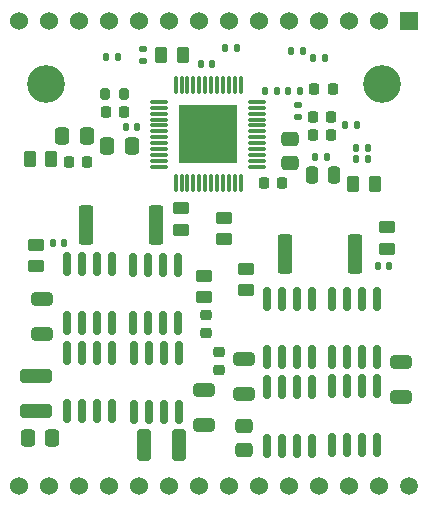
<source format=gbr>
%TF.GenerationSoftware,KiCad,Pcbnew,(6.0.4-0)*%
%TF.CreationDate,2022-08-06T12:57:23-04:00*%
%TF.ProjectId,QuarkCncStepperDrivers,51756172-6b43-46e6-9353-746570706572,rev?*%
%TF.SameCoordinates,Original*%
%TF.FileFunction,Soldermask,Top*%
%TF.FilePolarity,Negative*%
%FSLAX46Y46*%
G04 Gerber Fmt 4.6, Leading zero omitted, Abs format (unit mm)*
G04 Created by KiCad (PCBNEW (6.0.4-0)) date 2022-08-06 12:57:23*
%MOMM*%
%LPD*%
G01*
G04 APERTURE LIST*
G04 Aperture macros list*
%AMRoundRect*
0 Rectangle with rounded corners*
0 $1 Rounding radius*
0 $2 $3 $4 $5 $6 $7 $8 $9 X,Y pos of 4 corners*
0 Add a 4 corners polygon primitive as box body*
4,1,4,$2,$3,$4,$5,$6,$7,$8,$9,$2,$3,0*
0 Add four circle primitives for the rounded corners*
1,1,$1+$1,$2,$3*
1,1,$1+$1,$4,$5*
1,1,$1+$1,$6,$7*
1,1,$1+$1,$8,$9*
0 Add four rect primitives between the rounded corners*
20,1,$1+$1,$2,$3,$4,$5,0*
20,1,$1+$1,$4,$5,$6,$7,0*
20,1,$1+$1,$6,$7,$8,$9,0*
20,1,$1+$1,$8,$9,$2,$3,0*%
G04 Aperture macros list end*
%ADD10RoundRect,0.250000X-0.450000X0.262500X-0.450000X-0.262500X0.450000X-0.262500X0.450000X0.262500X0*%
%ADD11RoundRect,0.250000X-0.650000X0.325000X-0.650000X-0.325000X0.650000X-0.325000X0.650000X0.325000X0*%
%ADD12RoundRect,0.225000X0.225000X0.250000X-0.225000X0.250000X-0.225000X-0.250000X0.225000X-0.250000X0*%
%ADD13RoundRect,0.250000X0.650000X-0.325000X0.650000X0.325000X-0.650000X0.325000X-0.650000X-0.325000X0*%
%ADD14RoundRect,0.150000X-0.150000X0.825000X-0.150000X-0.825000X0.150000X-0.825000X0.150000X0.825000X0*%
%ADD15RoundRect,0.250000X0.475000X-0.337500X0.475000X0.337500X-0.475000X0.337500X-0.475000X-0.337500X0*%
%ADD16RoundRect,0.225000X-0.250000X0.225000X-0.250000X-0.225000X0.250000X-0.225000X0.250000X0.225000X0*%
%ADD17RoundRect,0.225000X-0.225000X-0.250000X0.225000X-0.250000X0.225000X0.250000X-0.225000X0.250000X0*%
%ADD18RoundRect,0.250000X1.100000X-0.325000X1.100000X0.325000X-1.100000X0.325000X-1.100000X-0.325000X0*%
%ADD19RoundRect,0.135000X0.185000X-0.135000X0.185000X0.135000X-0.185000X0.135000X-0.185000X-0.135000X0*%
%ADD20R,1.524000X1.524000*%
%ADD21C,1.524000*%
%ADD22RoundRect,0.250000X-0.475000X0.337500X-0.475000X-0.337500X0.475000X-0.337500X0.475000X0.337500X0*%
%ADD23C,1.498600*%
%ADD24RoundRect,0.135000X-0.135000X-0.185000X0.135000X-0.185000X0.135000X0.185000X-0.135000X0.185000X0*%
%ADD25C,3.200000*%
%ADD26RoundRect,0.140000X-0.140000X-0.170000X0.140000X-0.170000X0.140000X0.170000X-0.140000X0.170000X0*%
%ADD27RoundRect,0.250000X-0.362500X-1.425000X0.362500X-1.425000X0.362500X1.425000X-0.362500X1.425000X0*%
%ADD28RoundRect,0.135000X0.135000X0.185000X-0.135000X0.185000X-0.135000X-0.185000X0.135000X-0.185000X0*%
%ADD29RoundRect,0.250000X-0.325000X-1.100000X0.325000X-1.100000X0.325000X1.100000X-0.325000X1.100000X0*%
%ADD30RoundRect,0.250000X0.337500X0.475000X-0.337500X0.475000X-0.337500X-0.475000X0.337500X-0.475000X0*%
%ADD31RoundRect,0.250000X-0.250000X-0.475000X0.250000X-0.475000X0.250000X0.475000X-0.250000X0.475000X0*%
%ADD32RoundRect,0.140000X0.140000X0.170000X-0.140000X0.170000X-0.140000X-0.170000X0.140000X-0.170000X0*%
%ADD33RoundRect,0.250000X-0.262500X-0.450000X0.262500X-0.450000X0.262500X0.450000X-0.262500X0.450000X0*%
%ADD34RoundRect,0.250000X0.262500X0.450000X-0.262500X0.450000X-0.262500X-0.450000X0.262500X-0.450000X0*%
%ADD35RoundRect,0.200000X0.200000X0.275000X-0.200000X0.275000X-0.200000X-0.275000X0.200000X-0.275000X0*%
%ADD36RoundRect,0.250000X-0.337500X-0.475000X0.337500X-0.475000X0.337500X0.475000X-0.337500X0.475000X0*%
%ADD37RoundRect,0.075000X0.662500X0.075000X-0.662500X0.075000X-0.662500X-0.075000X0.662500X-0.075000X0*%
%ADD38RoundRect,0.075000X0.075000X0.662500X-0.075000X0.662500X-0.075000X-0.662500X0.075000X-0.662500X0*%
%ADD39R,5.000000X5.000000*%
G04 APERTURE END LIST*
D10*
%TO.C,R24*%
X118920000Y-121447500D03*
X118920000Y-123272500D03*
%TD*%
D11*
%TO.C,C4*%
X103520000Y-128360000D03*
X103520000Y-131310000D03*
%TD*%
D12*
%TO.C,C9*%
X110503000Y-112522000D03*
X108953000Y-112522000D03*
%TD*%
D13*
%TO.C,C19*%
X133920000Y-136635000D03*
X133920000Y-133685000D03*
%TD*%
D14*
%TO.C,Q7*%
X126425000Y-135785000D03*
X125155000Y-135785000D03*
X123885000Y-135785000D03*
X122615000Y-135785000D03*
X122615000Y-140735000D03*
X123885000Y-140735000D03*
X125155000Y-140735000D03*
X126425000Y-140735000D03*
%TD*%
D15*
%TO.C,C6*%
X120650000Y-141140000D03*
X120650000Y-139065000D03*
%TD*%
D16*
%TO.C,C13*%
X118497246Y-132785000D03*
X118497246Y-134335000D03*
%TD*%
D14*
%TO.C,Q2*%
X115025000Y-125412500D03*
X113755000Y-125412500D03*
X112485000Y-125412500D03*
X111215000Y-125412500D03*
X111215000Y-130362500D03*
X112485000Y-130362500D03*
X113755000Y-130362500D03*
X115025000Y-130362500D03*
%TD*%
%TO.C,Q1*%
X115150000Y-132912500D03*
X113880000Y-132912500D03*
X112610000Y-132912500D03*
X111340000Y-132912500D03*
X111340000Y-137862500D03*
X112610000Y-137862500D03*
X113880000Y-137862500D03*
X115150000Y-137862500D03*
%TD*%
D17*
%TO.C,C14*%
X122288000Y-118491000D03*
X123838000Y-118491000D03*
%TD*%
D18*
%TO.C,C5*%
X103020000Y-137795000D03*
X103020000Y-134845000D03*
%TD*%
D19*
%TO.C,R3*%
X125222000Y-112905000D03*
X125222000Y-111885000D03*
%TD*%
D20*
%TO.C,J1*%
X134620000Y-104775000D03*
D21*
X132080000Y-104775000D03*
X129540000Y-104775000D03*
X127000000Y-104775000D03*
X124460000Y-104775000D03*
X121920000Y-104775000D03*
X119380000Y-104775000D03*
X116840000Y-104775000D03*
X114300000Y-104775000D03*
X111760000Y-104775000D03*
X109220000Y-104775000D03*
X106680000Y-104775000D03*
X104140000Y-104775000D03*
X101600000Y-104775000D03*
%TD*%
D14*
%TO.C,Q8*%
X126425000Y-128285000D03*
X125155000Y-128285000D03*
X123885000Y-128285000D03*
X122615000Y-128285000D03*
X122615000Y-133235000D03*
X123885000Y-133235000D03*
X125155000Y-133235000D03*
X126425000Y-133235000D03*
%TD*%
D22*
%TO.C,C15*%
X124510800Y-114735700D03*
X124510800Y-116810700D03*
%TD*%
D21*
%TO.C,J2*%
X101610000Y-144145000D03*
X104150000Y-144145000D03*
X106690000Y-144145000D03*
X109230000Y-144145000D03*
X111770000Y-144145000D03*
X114310000Y-144145000D03*
X116850000Y-144145000D03*
X119390000Y-144145000D03*
X121930000Y-144145000D03*
X124470000Y-144145000D03*
X127010000Y-144145000D03*
X129550000Y-144145000D03*
X132090000Y-144145000D03*
D23*
X134630000Y-144145000D03*
%TD*%
D11*
%TO.C,C1*%
X117220000Y-136025000D03*
X117220000Y-138975000D03*
%TD*%
D24*
%TO.C,R4*%
X129180400Y-113588800D03*
X130200400Y-113588800D03*
%TD*%
D14*
%TO.C,Q6*%
X131925000Y-128285000D03*
X130655000Y-128285000D03*
X129385000Y-128285000D03*
X128115000Y-128285000D03*
X128115000Y-133235000D03*
X129385000Y-133235000D03*
X130655000Y-133235000D03*
X131925000Y-133235000D03*
%TD*%
D10*
%TO.C,R20*%
X132720000Y-122247500D03*
X132720000Y-124072500D03*
%TD*%
D24*
%TO.C,R15*%
X126617000Y-116306600D03*
X127637000Y-116306600D03*
%TD*%
D25*
%TO.C,H2*%
X132334000Y-110109000D03*
%TD*%
D16*
%TO.C,C18*%
X117420000Y-129685000D03*
X117420000Y-131235000D03*
%TD*%
D24*
%TO.C,R12*%
X108913200Y-107797600D03*
X109933200Y-107797600D03*
%TD*%
D26*
%TO.C,C21*%
X131940000Y-125560000D03*
X132900000Y-125560000D03*
%TD*%
D11*
%TO.C,C22*%
X120597246Y-133385000D03*
X120597246Y-136335000D03*
%TD*%
D27*
%TO.C,R5*%
X107273500Y-122047000D03*
X113198500Y-122047000D03*
%TD*%
D24*
%TO.C,R13*%
X126490000Y-107950000D03*
X127510000Y-107950000D03*
%TD*%
D27*
%TO.C,R23*%
X124067500Y-124505000D03*
X129992500Y-124505000D03*
%TD*%
D28*
%TO.C,R9*%
X125605000Y-107315000D03*
X124585000Y-107315000D03*
%TD*%
D29*
%TO.C,C23*%
X112190000Y-140716000D03*
X115140000Y-140716000D03*
%TD*%
D12*
%TO.C,C2*%
X128029000Y-112903000D03*
X126479000Y-112903000D03*
%TD*%
D30*
%TO.C,C17*%
X111121100Y-115341400D03*
X109046100Y-115341400D03*
%TD*%
D31*
%TO.C,C12*%
X126365000Y-117856000D03*
X128265000Y-117856000D03*
%TD*%
D32*
%TO.C,C3*%
X105410000Y-123605000D03*
X104450000Y-123605000D03*
%TD*%
D17*
%TO.C,C20*%
X126580600Y-110515400D03*
X128130600Y-110515400D03*
%TD*%
D10*
%TO.C,R2*%
X115320000Y-120647500D03*
X115320000Y-122472500D03*
%TD*%
D24*
%TO.C,R21*%
X124381800Y-110693200D03*
X125401800Y-110693200D03*
%TD*%
D10*
%TO.C,R7*%
X103015000Y-123732500D03*
X103015000Y-125557500D03*
%TD*%
D14*
%TO.C,Q5*%
X131925000Y-135712500D03*
X130655000Y-135712500D03*
X129385000Y-135712500D03*
X128115000Y-135712500D03*
X128115000Y-140662500D03*
X129385000Y-140662500D03*
X130655000Y-140662500D03*
X131925000Y-140662500D03*
%TD*%
D17*
%TO.C,C11*%
X126479000Y-114427000D03*
X128029000Y-114427000D03*
%TD*%
D14*
%TO.C,Q3*%
X109425000Y-132885000D03*
X108155000Y-132885000D03*
X106885000Y-132885000D03*
X105615000Y-132885000D03*
X105615000Y-137835000D03*
X106885000Y-137835000D03*
X108155000Y-137835000D03*
X109425000Y-137835000D03*
%TD*%
D33*
%TO.C,R19*%
X129897500Y-118618000D03*
X131722500Y-118618000D03*
%TD*%
D14*
%TO.C,Q4*%
X109425000Y-125385000D03*
X108155000Y-125385000D03*
X106885000Y-125385000D03*
X105615000Y-125385000D03*
X105615000Y-130335000D03*
X106885000Y-130335000D03*
X108155000Y-130335000D03*
X109425000Y-130335000D03*
%TD*%
D10*
%TO.C,R1*%
X117220000Y-126347500D03*
X117220000Y-128172500D03*
%TD*%
D32*
%TO.C,C7*%
X111579600Y-113766600D03*
X110619600Y-113766600D03*
%TD*%
D10*
%TO.C,R25*%
X120815000Y-125737500D03*
X120815000Y-127562500D03*
%TD*%
D34*
%TO.C,R18*%
X115466500Y-107696000D03*
X113641500Y-107696000D03*
%TD*%
D26*
%TO.C,C8*%
X116995000Y-108458000D03*
X117955000Y-108458000D03*
%TD*%
D24*
%TO.C,R17*%
X130147600Y-116484400D03*
X131167600Y-116484400D03*
%TD*%
D35*
%TO.C,R14*%
X110472246Y-110998000D03*
X108822246Y-110998000D03*
%TD*%
D36*
%TO.C,C10*%
X105261500Y-114503200D03*
X107336500Y-114503200D03*
%TD*%
D34*
%TO.C,R6*%
X104315900Y-116459000D03*
X102490900Y-116459000D03*
%TD*%
D25*
%TO.C,H1*%
X103886000Y-110109000D03*
%TD*%
D37*
%TO.C,U1*%
X121759746Y-117125000D03*
X121759746Y-116625000D03*
X121759746Y-116125000D03*
X121759746Y-115625000D03*
X121759746Y-115125000D03*
X121759746Y-114625000D03*
X121759746Y-114125000D03*
X121759746Y-113625000D03*
X121759746Y-113125000D03*
X121759746Y-112625000D03*
X121759746Y-112125000D03*
X121759746Y-111625000D03*
D38*
X120347246Y-110212500D03*
X119847246Y-110212500D03*
X119347246Y-110212500D03*
X118847246Y-110212500D03*
X118347246Y-110212500D03*
X117847246Y-110212500D03*
X117347246Y-110212500D03*
X116847246Y-110212500D03*
X116347246Y-110212500D03*
X115847246Y-110212500D03*
X115347246Y-110212500D03*
X114847246Y-110212500D03*
D37*
X113434746Y-111625000D03*
X113434746Y-112125000D03*
X113434746Y-112625000D03*
X113434746Y-113125000D03*
X113434746Y-113625000D03*
X113434746Y-114125000D03*
X113434746Y-114625000D03*
X113434746Y-115125000D03*
X113434746Y-115625000D03*
X113434746Y-116125000D03*
X113434746Y-116625000D03*
X113434746Y-117125000D03*
D38*
X114847246Y-118537500D03*
X115347246Y-118537500D03*
X115847246Y-118537500D03*
X116347246Y-118537500D03*
X116847246Y-118537500D03*
X117347246Y-118537500D03*
X117847246Y-118537500D03*
X118347246Y-118537500D03*
X118847246Y-118537500D03*
X119347246Y-118537500D03*
X119847246Y-118537500D03*
X120347246Y-118537500D03*
D39*
X117597246Y-114375000D03*
%TD*%
D30*
%TO.C,C24*%
X104415500Y-140081000D03*
X102340500Y-140081000D03*
%TD*%
D12*
%TO.C,C16*%
X107378800Y-116713000D03*
X105828800Y-116713000D03*
%TD*%
D24*
%TO.C,R16*%
X130122200Y-115493800D03*
X131142200Y-115493800D03*
%TD*%
D28*
%TO.C,R10*%
X120017000Y-107061000D03*
X118997000Y-107061000D03*
%TD*%
%TO.C,R22*%
X123446000Y-110693200D03*
X122426000Y-110693200D03*
%TD*%
D19*
%TO.C,R11*%
X112039400Y-108206000D03*
X112039400Y-107186000D03*
%TD*%
M02*

</source>
